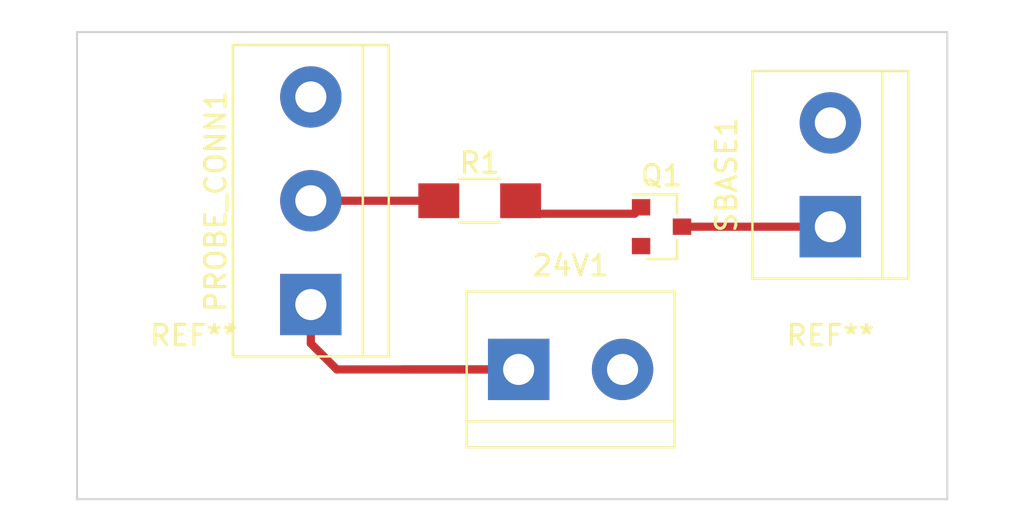
<source format=kicad_pcb>
(kicad_pcb (version 20171130) (host pcbnew "(5.1.9)-1")

  (general
    (thickness 1.6)
    (drawings 4)
    (tracks 8)
    (zones 0)
    (modules 7)
    (nets 6)
  )

  (page A4)
  (layers
    (0 F.Cu signal)
    (31 B.Cu signal)
    (32 B.Adhes user)
    (33 F.Adhes user)
    (34 B.Paste user)
    (35 F.Paste user)
    (36 B.SilkS user)
    (37 F.SilkS user)
    (38 B.Mask user)
    (39 F.Mask user)
    (40 Dwgs.User user)
    (41 Cmts.User user)
    (42 Eco1.User user)
    (43 Eco2.User user)
    (44 Edge.Cuts user)
    (45 Margin user)
    (46 B.CrtYd user)
    (47 F.CrtYd user)
    (48 B.Fab user)
    (49 F.Fab user)
  )

  (setup
    (last_trace_width 0.4)
    (trace_clearance 0.45)
    (zone_clearance 0.508)
    (zone_45_only no)
    (trace_min 0.2)
    (via_size 0.8)
    (via_drill 0.4)
    (via_min_size 0.4)
    (via_min_drill 0.3)
    (uvia_size 0.3)
    (uvia_drill 0.1)
    (uvias_allowed no)
    (uvia_min_size 0.2)
    (uvia_min_drill 0.1)
    (edge_width 0.05)
    (segment_width 0.2)
    (pcb_text_width 0.3)
    (pcb_text_size 1.5 1.5)
    (mod_edge_width 0.12)
    (mod_text_size 1 1)
    (mod_text_width 0.15)
    (pad_size 1.524 1.524)
    (pad_drill 0.762)
    (pad_to_mask_clearance 0)
    (aux_axis_origin 0 0)
    (visible_elements 7FFFFFFF)
    (pcbplotparams
      (layerselection 0x010fc_ffffffff)
      (usegerberextensions false)
      (usegerberattributes true)
      (usegerberadvancedattributes true)
      (creategerberjobfile true)
      (excludeedgelayer true)
      (linewidth 0.100000)
      (plotframeref false)
      (viasonmask false)
      (mode 1)
      (useauxorigin false)
      (hpglpennumber 1)
      (hpglpenspeed 20)
      (hpglpendiameter 15.000000)
      (psnegative false)
      (psa4output false)
      (plotreference true)
      (plotvalue true)
      (plotinvisibletext false)
      (padsonsilk false)
      (subtractmaskfromsilk false)
      (outputformat 1)
      (mirror false)
      (drillshape 1)
      (scaleselection 1)
      (outputdirectory ""))
  )

  (net 0 "")
  (net 1 GND)
  (net 2 24V)
  (net 3 "Net-(PROBE_CONN1-Pad2)")
  (net 4 SIGNAL)
  (net 5 "Net-(Q1-Pad1)")

  (net_class Default "This is the default net class."
    (clearance 0.45)
    (trace_width 0.4)
    (via_dia 0.8)
    (via_drill 0.4)
    (uvia_dia 0.3)
    (uvia_drill 0.1)
    (add_net 24V)
    (add_net GND)
    (add_net "Net-(PROBE_CONN1-Pad2)")
    (add_net "Net-(Q1-Pad1)")
    (add_net SIGNAL)
  )

  (module MountingHole:MountingHole_3.2mm_M3 (layer F.Cu) (tedit 56D1B4CB) (tstamp 608227A6)
    (at 123.825 90.805)
    (descr "Mounting Hole 3.2mm, no annular, M3")
    (tags "mounting hole 3.2mm no annular m3")
    (attr virtual)
    (fp_text reference REF** (at 0 -4.2) (layer F.SilkS)
      (effects (font (size 1 1) (thickness 0.15)))
    )
    (fp_text value MountingHole_3.2mm_M3 (at 0 4.2) (layer F.Fab)
      (effects (font (size 1 1) (thickness 0.15)))
    )
    (fp_circle (center 0 0) (end 3.45 0) (layer F.CrtYd) (width 0.05))
    (fp_circle (center 0 0) (end 3.2 0) (layer Cmts.User) (width 0.15))
    (fp_text user %R (at 0.3 0) (layer F.Fab)
      (effects (font (size 1 1) (thickness 0.15)))
    )
    (pad 1 np_thru_hole circle (at 0 0) (size 3.2 3.2) (drill 3.2) (layers *.Cu *.Mask))
  )

  (module MountingHole:MountingHole_3.2mm_M3 (layer F.Cu) (tedit 56D1B4CB) (tstamp 60822782)
    (at 154.94 90.805)
    (descr "Mounting Hole 3.2mm, no annular, M3")
    (tags "mounting hole 3.2mm no annular m3")
    (attr virtual)
    (fp_text reference REF** (at 0 -4.2) (layer F.SilkS)
      (effects (font (size 1 1) (thickness 0.15)))
    )
    (fp_text value MountingHole_3.2mm_M3 (at 0 4.2) (layer F.Fab)
      (effects (font (size 1 1) (thickness 0.15)))
    )
    (fp_circle (center 0 0) (end 3.45 0) (layer F.CrtYd) (width 0.05))
    (fp_circle (center 0 0) (end 3.2 0) (layer Cmts.User) (width 0.15))
    (fp_text user %R (at 0.3 0) (layer F.Fab)
      (effects (font (size 1 1) (thickness 0.15)))
    )
    (pad 1 np_thru_hole circle (at 0 0) (size 3.2 3.2) (drill 3.2) (layers *.Cu *.Mask))
  )

  (module TerminalBlock:TerminalBlock_bornier-3_P5.08mm (layer F.Cu) (tedit 59FF03B9) (tstamp 60822272)
    (at 129.54 85.09 90)
    (descr "simple 3-pin terminal block, pitch 5.08mm, revamped version of bornier3")
    (tags "terminal block bornier3")
    (path /6081C765)
    (fp_text reference PROBE_CONN1 (at 5.05 -4.65 90) (layer F.SilkS)
      (effects (font (size 1 1) (thickness 0.15)))
    )
    (fp_text value Screw_Terminal_01x03 (at 5.08 5.08 90) (layer F.Fab)
      (effects (font (size 1 1) (thickness 0.15)))
    )
    (fp_line (start 12.88 4) (end -2.72 4) (layer F.CrtYd) (width 0.05))
    (fp_line (start 12.88 4) (end 12.88 -4) (layer F.CrtYd) (width 0.05))
    (fp_line (start -2.72 -4) (end -2.72 4) (layer F.CrtYd) (width 0.05))
    (fp_line (start -2.72 -4) (end 12.88 -4) (layer F.CrtYd) (width 0.05))
    (fp_line (start -2.54 3.81) (end 12.7 3.81) (layer F.SilkS) (width 0.12))
    (fp_line (start -2.54 -3.81) (end 12.7 -3.81) (layer F.SilkS) (width 0.12))
    (fp_line (start -2.54 2.54) (end 12.7 2.54) (layer F.SilkS) (width 0.12))
    (fp_line (start 12.7 3.81) (end 12.7 -3.81) (layer F.SilkS) (width 0.12))
    (fp_line (start -2.54 3.81) (end -2.54 -3.81) (layer F.SilkS) (width 0.12))
    (fp_line (start -2.47 3.75) (end -2.47 -3.75) (layer F.Fab) (width 0.1))
    (fp_line (start 12.63 3.75) (end -2.47 3.75) (layer F.Fab) (width 0.1))
    (fp_line (start 12.63 -3.75) (end 12.63 3.75) (layer F.Fab) (width 0.1))
    (fp_line (start -2.47 -3.75) (end 12.63 -3.75) (layer F.Fab) (width 0.1))
    (fp_line (start -2.47 2.55) (end 12.63 2.55) (layer F.Fab) (width 0.1))
    (fp_text user %R (at 5.08 0 90) (layer F.Fab)
      (effects (font (size 1 1) (thickness 0.15)))
    )
    (pad 3 thru_hole circle (at 10.16 0 90) (size 3 3) (drill 1.52) (layers *.Cu *.Mask)
      (net 1 GND))
    (pad 2 thru_hole circle (at 5.08 0 90) (size 3 3) (drill 1.52) (layers *.Cu *.Mask)
      (net 3 "Net-(PROBE_CONN1-Pad2)"))
    (pad 1 thru_hole rect (at 0 0 90) (size 3 3) (drill 1.52) (layers *.Cu *.Mask)
      (net 2 24V))
    (model ${KISYS3DMOD}/TerminalBlock.3dshapes/TerminalBlock_bornier-3_P5.08mm.wrl
      (offset (xyz 5.079999923706055 0 0))
      (scale (xyz 1 1 1))
      (rotate (xyz 0 0 0))
    )
  )

  (module TerminalBlock:TerminalBlock_bornier-2_P5.08mm (layer F.Cu) (tedit 59FF03AB) (tstamp 608222AD)
    (at 154.94 81.28 90)
    (descr "simple 2-pin terminal block, pitch 5.08mm, revamped version of bornier2")
    (tags "terminal block bornier2")
    (path /60829B98)
    (fp_text reference SBASE1 (at 2.54 -5.08 90) (layer F.SilkS)
      (effects (font (size 1 1) (thickness 0.15)))
    )
    (fp_text value Screw_Terminal_01x02 (at 2.54 5.08 90) (layer F.Fab)
      (effects (font (size 1 1) (thickness 0.15)))
    )
    (fp_line (start 7.79 4) (end -2.71 4) (layer F.CrtYd) (width 0.05))
    (fp_line (start 7.79 4) (end 7.79 -4) (layer F.CrtYd) (width 0.05))
    (fp_line (start -2.71 -4) (end -2.71 4) (layer F.CrtYd) (width 0.05))
    (fp_line (start -2.71 -4) (end 7.79 -4) (layer F.CrtYd) (width 0.05))
    (fp_line (start -2.54 3.81) (end 7.62 3.81) (layer F.SilkS) (width 0.12))
    (fp_line (start -2.54 -3.81) (end -2.54 3.81) (layer F.SilkS) (width 0.12))
    (fp_line (start 7.62 -3.81) (end -2.54 -3.81) (layer F.SilkS) (width 0.12))
    (fp_line (start 7.62 3.81) (end 7.62 -3.81) (layer F.SilkS) (width 0.12))
    (fp_line (start 7.62 2.54) (end -2.54 2.54) (layer F.SilkS) (width 0.12))
    (fp_line (start 7.54 -3.75) (end -2.46 -3.75) (layer F.Fab) (width 0.1))
    (fp_line (start 7.54 3.75) (end 7.54 -3.75) (layer F.Fab) (width 0.1))
    (fp_line (start -2.46 3.75) (end 7.54 3.75) (layer F.Fab) (width 0.1))
    (fp_line (start -2.46 -3.75) (end -2.46 3.75) (layer F.Fab) (width 0.1))
    (fp_line (start -2.41 2.55) (end 7.49 2.55) (layer F.Fab) (width 0.1))
    (fp_text user %R (at 2.54 0 90) (layer F.Fab)
      (effects (font (size 1 1) (thickness 0.15)))
    )
    (pad 2 thru_hole circle (at 5.08 0 90) (size 3 3) (drill 1.52) (layers *.Cu *.Mask)
      (net 1 GND))
    (pad 1 thru_hole rect (at 0 0 90) (size 3 3) (drill 1.52) (layers *.Cu *.Mask)
      (net 4 SIGNAL))
    (model ${KISYS3DMOD}/TerminalBlock.3dshapes/TerminalBlock_bornier-2_P5.08mm.wrl
      (offset (xyz 2.539999961853027 0 0))
      (scale (xyz 1 1 1))
      (rotate (xyz 0 0 0))
    )
  )

  (module Fab:R_1206 (layer F.Cu) (tedit 60020482) (tstamp 60822298)
    (at 137.795 80.01)
    (descr "Resistor SMD 1206, hand soldering")
    (tags "resistor 1206")
    (path /6081C1EB)
    (attr smd)
    (fp_text reference R1 (at 0 -1.85) (layer F.SilkS)
      (effects (font (size 1 1) (thickness 0.15)))
    )
    (fp_text value 10K (at 0 1.9) (layer F.Fab)
      (effects (font (size 1 1) (thickness 0.15)))
    )
    (fp_line (start 3.25 1.1) (end -3.25 1.1) (layer F.CrtYd) (width 0.05))
    (fp_line (start 3.25 1.1) (end 3.25 -1.11) (layer F.CrtYd) (width 0.05))
    (fp_line (start -3.25 -1.11) (end -3.25 1.1) (layer F.CrtYd) (width 0.05))
    (fp_line (start -3.25 -1.11) (end 3.25 -1.11) (layer F.CrtYd) (width 0.05))
    (fp_line (start -1 -1.07) (end 1 -1.07) (layer F.SilkS) (width 0.12))
    (fp_line (start 1 1.07) (end -1 1.07) (layer F.SilkS) (width 0.12))
    (fp_line (start -1.6 -0.8) (end 1.6 -0.8) (layer F.Fab) (width 0.1))
    (fp_line (start 1.6 -0.8) (end 1.6 0.8) (layer F.Fab) (width 0.1))
    (fp_line (start 1.6 0.8) (end -1.6 0.8) (layer F.Fab) (width 0.1))
    (fp_line (start -1.6 0.8) (end -1.6 -0.8) (layer F.Fab) (width 0.1))
    (fp_text user %R (at 0 0) (layer F.Fab)
      (effects (font (size 0.7 0.7) (thickness 0.105)))
    )
    (pad 1 smd rect (at -2 0) (size 2 1.7) (layers F.Cu F.Paste F.Mask)
      (net 3 "Net-(PROBE_CONN1-Pad2)"))
    (pad 2 smd rect (at 2 0) (size 2 1.7) (layers F.Cu F.Paste F.Mask)
      (net 5 "Net-(Q1-Pad1)"))
    (model ${FAB}/fab.3dshapes/R_1206.step
      (at (xyz 0 0 0))
      (scale (xyz 1 1 1))
      (rotate (xyz 0 0 0))
    )
  )

  (module Package_TO_SOT_SMD:SOT-23 (layer F.Cu) (tedit 5A02FF57) (tstamp 60822287)
    (at 146.685 81.28)
    (descr "SOT-23, Standard")
    (tags SOT-23)
    (path /6082576C)
    (attr smd)
    (fp_text reference Q1 (at 0 -2.5) (layer F.SilkS)
      (effects (font (size 1 1) (thickness 0.15)))
    )
    (fp_text value BC846 (at 0 2.5) (layer F.Fab)
      (effects (font (size 1 1) (thickness 0.15)))
    )
    (fp_line (start 0.76 1.58) (end -0.7 1.58) (layer F.SilkS) (width 0.12))
    (fp_line (start 0.76 -1.58) (end -1.4 -1.58) (layer F.SilkS) (width 0.12))
    (fp_line (start -1.7 1.75) (end -1.7 -1.75) (layer F.CrtYd) (width 0.05))
    (fp_line (start 1.7 1.75) (end -1.7 1.75) (layer F.CrtYd) (width 0.05))
    (fp_line (start 1.7 -1.75) (end 1.7 1.75) (layer F.CrtYd) (width 0.05))
    (fp_line (start -1.7 -1.75) (end 1.7 -1.75) (layer F.CrtYd) (width 0.05))
    (fp_line (start 0.76 -1.58) (end 0.76 -0.65) (layer F.SilkS) (width 0.12))
    (fp_line (start 0.76 1.58) (end 0.76 0.65) (layer F.SilkS) (width 0.12))
    (fp_line (start -0.7 1.52) (end 0.7 1.52) (layer F.Fab) (width 0.1))
    (fp_line (start 0.7 -1.52) (end 0.7 1.52) (layer F.Fab) (width 0.1))
    (fp_line (start -0.7 -0.95) (end -0.15 -1.52) (layer F.Fab) (width 0.1))
    (fp_line (start -0.15 -1.52) (end 0.7 -1.52) (layer F.Fab) (width 0.1))
    (fp_line (start -0.7 -0.95) (end -0.7 1.5) (layer F.Fab) (width 0.1))
    (fp_text user %R (at 0 0 90) (layer F.Fab)
      (effects (font (size 0.5 0.5) (thickness 0.075)))
    )
    (pad 3 smd rect (at 1 0) (size 0.9 0.8) (layers F.Cu F.Paste F.Mask)
      (net 4 SIGNAL))
    (pad 2 smd rect (at -1 0.95) (size 0.9 0.8) (layers F.Cu F.Paste F.Mask)
      (net 1 GND))
    (pad 1 smd rect (at -1 -0.95) (size 0.9 0.8) (layers F.Cu F.Paste F.Mask)
      (net 5 "Net-(Q1-Pad1)"))
    (model ${KISYS3DMOD}/Package_TO_SOT_SMD.3dshapes/SOT-23.wrl
      (at (xyz 0 0 0))
      (scale (xyz 1 1 1))
      (rotate (xyz 0 0 0))
    )
  )

  (module TerminalBlock:TerminalBlock_bornier-2_P5.08mm (layer F.Cu) (tedit 59FF03AB) (tstamp 6082225C)
    (at 139.7 88.265)
    (descr "simple 2-pin terminal block, pitch 5.08mm, revamped version of bornier2")
    (tags "terminal block bornier2")
    (path /608278C1)
    (fp_text reference 24V1 (at 2.54 -5.08) (layer F.SilkS)
      (effects (font (size 1 1) (thickness 0.15)))
    )
    (fp_text value Screw_Terminal_01x02 (at 2.54 5.08) (layer F.Fab)
      (effects (font (size 1 1) (thickness 0.15)))
    )
    (fp_line (start 7.79 4) (end -2.71 4) (layer F.CrtYd) (width 0.05))
    (fp_line (start 7.79 4) (end 7.79 -4) (layer F.CrtYd) (width 0.05))
    (fp_line (start -2.71 -4) (end -2.71 4) (layer F.CrtYd) (width 0.05))
    (fp_line (start -2.71 -4) (end 7.79 -4) (layer F.CrtYd) (width 0.05))
    (fp_line (start -2.54 3.81) (end 7.62 3.81) (layer F.SilkS) (width 0.12))
    (fp_line (start -2.54 -3.81) (end -2.54 3.81) (layer F.SilkS) (width 0.12))
    (fp_line (start 7.62 -3.81) (end -2.54 -3.81) (layer F.SilkS) (width 0.12))
    (fp_line (start 7.62 3.81) (end 7.62 -3.81) (layer F.SilkS) (width 0.12))
    (fp_line (start 7.62 2.54) (end -2.54 2.54) (layer F.SilkS) (width 0.12))
    (fp_line (start 7.54 -3.75) (end -2.46 -3.75) (layer F.Fab) (width 0.1))
    (fp_line (start 7.54 3.75) (end 7.54 -3.75) (layer F.Fab) (width 0.1))
    (fp_line (start -2.46 3.75) (end 7.54 3.75) (layer F.Fab) (width 0.1))
    (fp_line (start -2.46 -3.75) (end -2.46 3.75) (layer F.Fab) (width 0.1))
    (fp_line (start -2.41 2.55) (end 7.49 2.55) (layer F.Fab) (width 0.1))
    (fp_text user %R (at 2.54 0) (layer F.Fab)
      (effects (font (size 1 1) (thickness 0.15)))
    )
    (pad 2 thru_hole circle (at 5.08 0) (size 3 3) (drill 1.52) (layers *.Cu *.Mask)
      (net 1 GND))
    (pad 1 thru_hole rect (at 0 0) (size 3 3) (drill 1.52) (layers *.Cu *.Mask)
      (net 2 24V))
    (model ${KISYS3DMOD}/TerminalBlock.3dshapes/TerminalBlock_bornier-2_P5.08mm.wrl
      (offset (xyz 2.539999961853027 0 0))
      (scale (xyz 1 1 1))
      (rotate (xyz 0 0 0))
    )
  )

  (gr_line (start 160.655 71.755) (end 160.655 94.615) (layer Edge.Cuts) (width 0.1))
  (gr_line (start 118.11 71.755) (end 160.655 71.755) (layer Edge.Cuts) (width 0.1))
  (gr_line (start 118.11 94.615) (end 118.11 71.755) (layer Edge.Cuts) (width 0.1))
  (gr_line (start 160.655 94.615) (end 118.11 94.615) (layer Edge.Cuts) (width 0.1))

  (segment (start 133.985 88.265) (end 139.7 88.265) (width 0.4) (layer F.Cu) (net 2))
  (segment (start 129.54 86.995) (end 129.54 85.09) (width 0.4) (layer F.Cu) (net 2))
  (segment (start 130.81 88.265) (end 129.54 86.995) (width 0.4) (layer F.Cu) (net 2))
  (segment (start 139.7 88.265) (end 130.81 88.265) (width 0.4) (layer F.Cu) (net 2))
  (segment (start 129.54 80.01) (end 135.795 80.01) (width 0.4) (layer F.Cu) (net 3))
  (segment (start 147.685 81.28) (end 154.94 81.28) (width 0.4) (layer F.Cu) (net 4))
  (segment (start 145.37 80.645) (end 145.685 80.33) (width 0.4) (layer F.Cu) (net 5))
  (segment (start 139.795 80.645) (end 145.37 80.645) (width 0.4) (layer F.Cu) (net 5))

)

</source>
